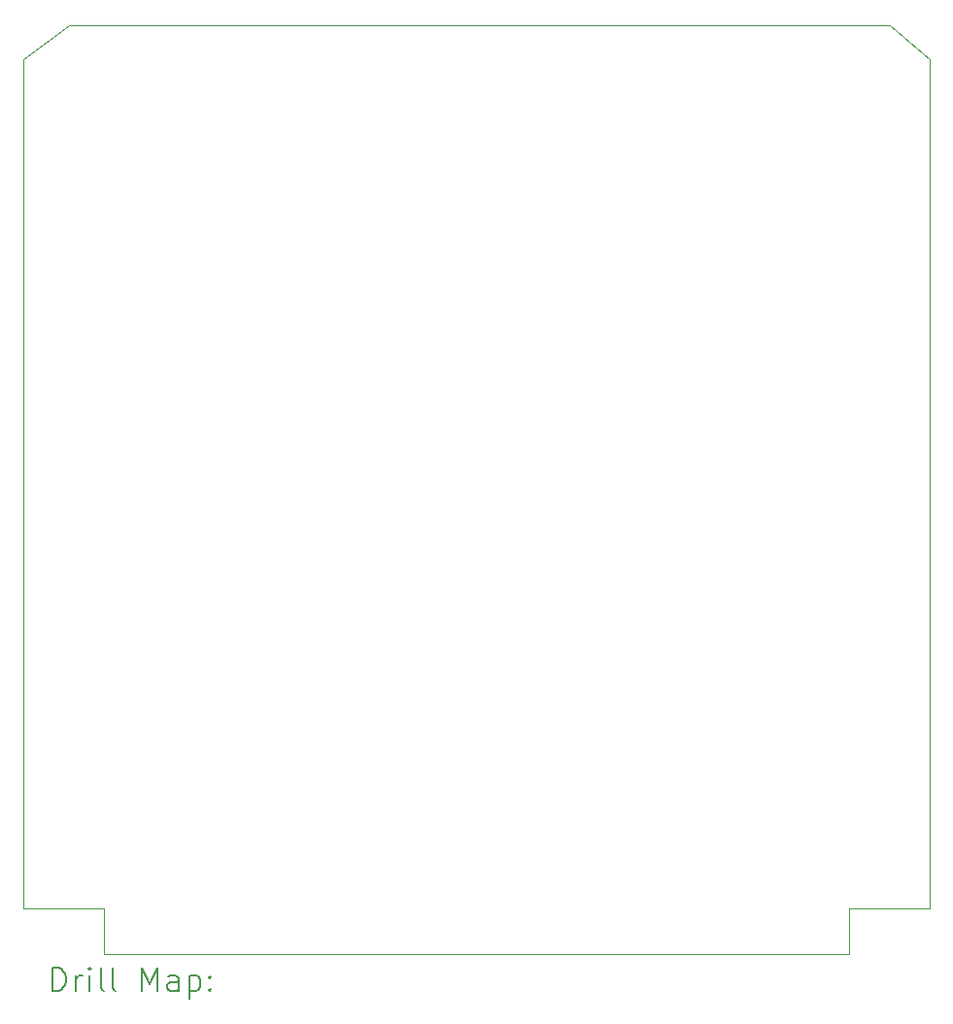
<source format=gbr>
%TF.GenerationSoftware,KiCad,Pcbnew,7.0.5*%
%TF.CreationDate,2023-07-24T06:03:49-06:00*%
%TF.ProjectId,BIRDS-X-PCB,42495244-532d-4582-9d50-43422e6b6963,rev?*%
%TF.SameCoordinates,Original*%
%TF.FileFunction,Drillmap*%
%TF.FilePolarity,Positive*%
%FSLAX45Y45*%
G04 Gerber Fmt 4.5, Leading zero omitted, Abs format (unit mm)*
G04 Created by KiCad (PCBNEW 7.0.5) date 2023-07-24 06:03:49*
%MOMM*%
%LPD*%
G01*
G04 APERTURE LIST*
%ADD10C,0.100000*%
%ADD11C,0.200000*%
G04 APERTURE END LIST*
D10*
X12200000Y-13100000D02*
X5700000Y-13100000D01*
X12900000Y-12700000D02*
X12200000Y-12700000D01*
X12550000Y-5000000D02*
X12900000Y-5300000D01*
X5000000Y-5300000D02*
X5400000Y-5000000D01*
X5400000Y-5000000D02*
X12550000Y-5000000D01*
X5700000Y-13100000D02*
X5700000Y-12700000D01*
X5700000Y-12700000D02*
X5000000Y-12700000D01*
X5000000Y-9350000D02*
X5000000Y-5300000D01*
X12900000Y-5300000D02*
X12900000Y-12700000D01*
X5000000Y-12700000D02*
X5000000Y-9350000D01*
X12200000Y-12700000D02*
X12200000Y-13100000D01*
D11*
X5255777Y-13416484D02*
X5255777Y-13216484D01*
X5255777Y-13216484D02*
X5303396Y-13216484D01*
X5303396Y-13216484D02*
X5331967Y-13226008D01*
X5331967Y-13226008D02*
X5351015Y-13245055D01*
X5351015Y-13245055D02*
X5360539Y-13264103D01*
X5360539Y-13264103D02*
X5370063Y-13302198D01*
X5370063Y-13302198D02*
X5370063Y-13330769D01*
X5370063Y-13330769D02*
X5360539Y-13368865D01*
X5360539Y-13368865D02*
X5351015Y-13387912D01*
X5351015Y-13387912D02*
X5331967Y-13406960D01*
X5331967Y-13406960D02*
X5303396Y-13416484D01*
X5303396Y-13416484D02*
X5255777Y-13416484D01*
X5455777Y-13416484D02*
X5455777Y-13283150D01*
X5455777Y-13321246D02*
X5465301Y-13302198D01*
X5465301Y-13302198D02*
X5474824Y-13292674D01*
X5474824Y-13292674D02*
X5493872Y-13283150D01*
X5493872Y-13283150D02*
X5512920Y-13283150D01*
X5579586Y-13416484D02*
X5579586Y-13283150D01*
X5579586Y-13216484D02*
X5570063Y-13226008D01*
X5570063Y-13226008D02*
X5579586Y-13235531D01*
X5579586Y-13235531D02*
X5589110Y-13226008D01*
X5589110Y-13226008D02*
X5579586Y-13216484D01*
X5579586Y-13216484D02*
X5579586Y-13235531D01*
X5703396Y-13416484D02*
X5684348Y-13406960D01*
X5684348Y-13406960D02*
X5674824Y-13387912D01*
X5674824Y-13387912D02*
X5674824Y-13216484D01*
X5808158Y-13416484D02*
X5789110Y-13406960D01*
X5789110Y-13406960D02*
X5779586Y-13387912D01*
X5779586Y-13387912D02*
X5779586Y-13216484D01*
X6036729Y-13416484D02*
X6036729Y-13216484D01*
X6036729Y-13216484D02*
X6103396Y-13359341D01*
X6103396Y-13359341D02*
X6170062Y-13216484D01*
X6170062Y-13216484D02*
X6170062Y-13416484D01*
X6351015Y-13416484D02*
X6351015Y-13311722D01*
X6351015Y-13311722D02*
X6341491Y-13292674D01*
X6341491Y-13292674D02*
X6322443Y-13283150D01*
X6322443Y-13283150D02*
X6284348Y-13283150D01*
X6284348Y-13283150D02*
X6265301Y-13292674D01*
X6351015Y-13406960D02*
X6331967Y-13416484D01*
X6331967Y-13416484D02*
X6284348Y-13416484D01*
X6284348Y-13416484D02*
X6265301Y-13406960D01*
X6265301Y-13406960D02*
X6255777Y-13387912D01*
X6255777Y-13387912D02*
X6255777Y-13368865D01*
X6255777Y-13368865D02*
X6265301Y-13349817D01*
X6265301Y-13349817D02*
X6284348Y-13340293D01*
X6284348Y-13340293D02*
X6331967Y-13340293D01*
X6331967Y-13340293D02*
X6351015Y-13330769D01*
X6446253Y-13283150D02*
X6446253Y-13483150D01*
X6446253Y-13292674D02*
X6465301Y-13283150D01*
X6465301Y-13283150D02*
X6503396Y-13283150D01*
X6503396Y-13283150D02*
X6522443Y-13292674D01*
X6522443Y-13292674D02*
X6531967Y-13302198D01*
X6531967Y-13302198D02*
X6541491Y-13321246D01*
X6541491Y-13321246D02*
X6541491Y-13378388D01*
X6541491Y-13378388D02*
X6531967Y-13397436D01*
X6531967Y-13397436D02*
X6522443Y-13406960D01*
X6522443Y-13406960D02*
X6503396Y-13416484D01*
X6503396Y-13416484D02*
X6465301Y-13416484D01*
X6465301Y-13416484D02*
X6446253Y-13406960D01*
X6627205Y-13397436D02*
X6636729Y-13406960D01*
X6636729Y-13406960D02*
X6627205Y-13416484D01*
X6627205Y-13416484D02*
X6617682Y-13406960D01*
X6617682Y-13406960D02*
X6627205Y-13397436D01*
X6627205Y-13397436D02*
X6627205Y-13416484D01*
X6627205Y-13292674D02*
X6636729Y-13302198D01*
X6636729Y-13302198D02*
X6627205Y-13311722D01*
X6627205Y-13311722D02*
X6617682Y-13302198D01*
X6617682Y-13302198D02*
X6627205Y-13292674D01*
X6627205Y-13292674D02*
X6627205Y-13311722D01*
M02*

</source>
